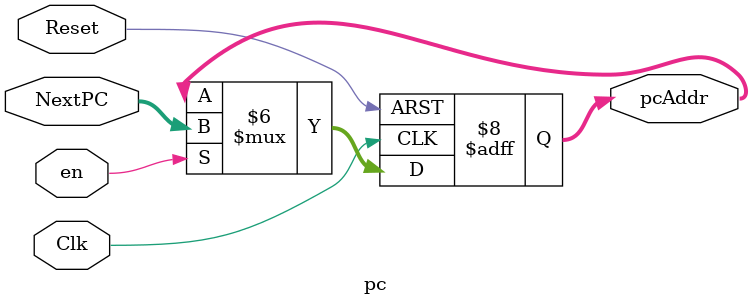
<source format=v>
`timescale 1ns / 1ps
module pc(
    input [31:0] NextPC,
    input Clk,
    input Reset,
    input en,
    output reg [31:0] pcAddr
    );
    initial
    	pcAddr=32'h00003000;
	always@(posedge Clk or posedge Reset)
	begin  
    	if(Reset==1)
        	pcAddr=32'h00003000;
        else if(en==0)
        	pcAddr=pcAddr;
		else
			pcAddr=NextPC;
	end
endmodule

</source>
